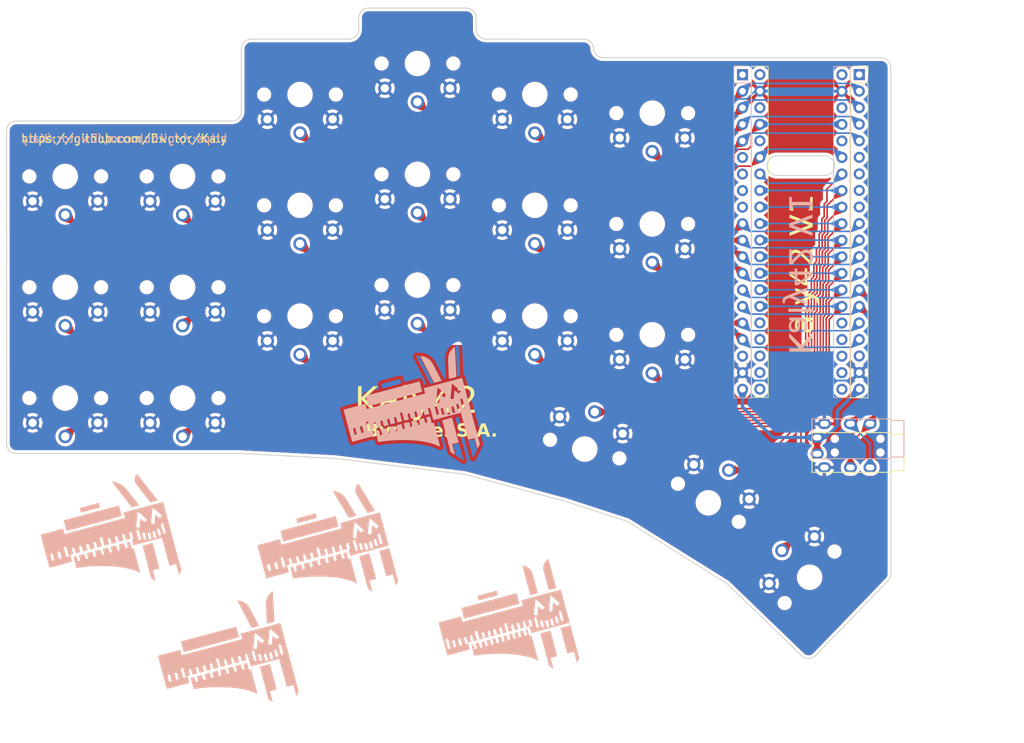
<source format=kicad_pcb>
(kicad_pcb (version 20221018) (generator pcbnew)
  (title_block (title "kalypcb") (rev "v1.0.0") (company "Dwctor"))
  (layers (0 "F.Cu" signal) (31 "B.Cu" signal) (34 "B.Paste" user) (35 "F.Paste" user) (36 "B.SilkS" user "B.Silkscreen") (37 "F.SilkS" user "F.Silkscreen") (38 "B.Mask" user) (39 "F.Mask" user) (44 "Edge.Cuts" user))
  (net 0 "")
  (net 1 "GND")
  (net 2 "matrix_outer_bottom")
  (net 3 "matrix_outer_home")
  (net 4 "matrix_outer_top")
  (net 5 "matrix_pinky_bottom")
  (net 6 "matrix_pinky_home")
  (net 7 "matrix_pinky_top")
  (net 8 "matrix_ring_bottom")
  (net 9 "matrix_ring_home")
  (net 10 "matrix_ring_top")
  (net 11 "matrix_middle_bottom")
  (net 12 "matrix_middle_home")
  (net 13 "matrix_middle_top")
  (net 14 "matrix_index_bottom")
  (net 15 "matrix_index_home")
  (net 16 "matrix_index_top")
  (net 17 "matrix_inner_bottom")
  (net 18 "matrix_inner_home")
  (net 19 "matrix_inner_top")
  (net 20 "thumb_inny")
  (net 21 "thumb_middy")
  (net 22 "thumb_reachy")
  (net 23 "RX")
  (net 24 "TX")
  (net 25 "+3V3")
  (footprint "PG1350" (layer "F.Cu") (at 58 43.5 180)
    (fp_text reference "S8" hide)
    (fp_text value "" hide)
  )
  (footprint "PG1350" (layer "F.Cu") (at 120.602727 89.14088 -32)
    (fp_text reference "S20" hide)
    (fp_text value "" hide)
  )
  (footprint "PG1350" (layer "F.Cu") (at 76 55.74 180)
    (fp_text reference "S10" hide)
    (fp_text value "" hide)
  )
  (footprint "PG1350" (layer "F.Cu") (at 94 60.5 180)
    (fp_text reference "S13" hide)
    (fp_text value "" hide)
  )
  (footprint "PG1350" (layer "F.Cu") (at 40 73.07 180)
    (fp_text reference "S4" hide)
    (fp_text value "" hide)
  )
  (footprint "clipboard:1eb54394-d1bf-44fc-bfc9-1714e0e999b7" (layer "F.Cu") (at 141.08 36.16)
    (fp_text reference "" hide)
    (fp_text value "" hide)
  )
  (footprint "PG1350" (layer "F.Cu") (at 136.127212 100.56429 46)
    (fp_text reference "S21" hide)
    (fp_text value "" hide)
  )
  (footprint "PG1350" (layer "F.Cu") (at 40 56.07 180)
    (fp_text reference "S5" hide)
    (fp_text value "" hide)
  )
  (footprint "PG1350" (layer "F.Cu") (at 101.65 80.9 -15)
    (fp_text reference "S19" hide)
    (fp_text value "" hide)
  )
  (footprint "PG1350" (layer "F.Cu") (at 94 26.5 180)
    (fp_text reference "S15" hide)
    (fp_text value "" hide)
  )
  (footprint "PG1350" (layer "F.Cu") (at 22 73.07 180)
    (fp_text reference "S1" hide)
    (fp_text value "" hide)
  )
  (footprint "PG1350" (layer "F.Cu") (at 112 29.36 180)
    (fp_text reference "S18" hide)
    (fp_text value "" hide)
  )
  (footprint "Keebio-Parts:TRRS-PJ-320A" (layer "F.Cu") (at 148.59 81.42 -90)
    (fp_text reference "J1")
    (fp_text value "TRRS")
  )
  (footprint "PG1350" (layer "F.Cu") (at 76 38.74 180)
    (fp_text reference "S11" hide)
    (fp_text value "" hide)
  )
  (footprint "PG1350" (layer "F.Cu") (at 58 26.5 180)
    (fp_text reference "S9" hide)
    (fp_text value "" hide)
  )
  (footprint "PG1350" (layer "F.Cu") (at 40 39.07 180)
    (fp_text reference "S6" hide)
    (fp_text value "" hide)
  )
  (footprint "PG1350" (layer "F.Cu") (at 94 43.5 180)
    (fp_text reference "S14" hide)
    (fp_text value "" hide)
  )
  (footprint "PG1350" (layer "F.Cu") (at 76 21.74 180)
    (fp_text reference "S12" hide)
    (fp_text value "" hide)
  )
  (footprint "PG1350" (layer "F.Cu") (at 112 63.36 180)
    (fp_text reference "S16" hide)
    (fp_text value "" hide)
  )
  (footprint "PG1350" (layer "F.Cu") (at 22 39.07 180)
    (fp_text reference "S3" hide)
    (fp_text value "" hide)
  )
  (footprint "PG1350" (layer "F.Cu") (at 22 56.07 180)
    (fp_text reference "S2" hide)
    (fp_text value "" hide)
  )
  (footprint "PG1350" (layer "F.Cu") (at 112 46.36 180)
    (fp_text reference "S17" hide)
    (fp_text value "" hide)
  )
  (footprint "PG1350" (layer "F.Cu") (at 58 60.5 180)
    (fp_text reference "S7" hide)
    (fp_text value "" hide)
  )
  (footprint "LOGO" (layer "B.Cu") (at 63.628891 96.416695 -165)
    (fp_text reference "G***" hide)
    (fp_text value "LOGO" hide)
  )
  (footprint "LOGO" (layer "B.Cu") (at 76.456777 75.6 -165)
    (fp_text reference "G***" hide)
    (fp_text value "LOGO" hide)
  )
  (footprint "LOGO" (layer "B.Cu") (at 30.4 94.8 -165)
    (fp_text reference "G***" hide)
    (fp_text value "LOGO" hide)
  )
  (footprint "LOGO" (layer "B.Cu") (at 48.378891 113.384084 -165)
    (fp_text reference "G***" hide)
    (fp_text value "LOGO" hide)
  )
  (footprint "LOGO" (layer "B.Cu") (at 91.393869 108.246994 -165)
    (fp_text reference "G***" hide)
    (fp_text value "LOGO" hide)
  )
  (footprint "LOGO" (layer "B.Cu") (at 63.628891 96.416695 -165)
    (fp_text reference "G***" hide)
    (fp_text value "LOGO" hide)
  )
  (footprint "LOGO" (layer "B.Cu") (at 30.4 94.8 -165)
    (fp_text reference "G***" hide)
    (fp_text value "LOGO" hide)
  )
  (footprint "LOGO" (layer "B.Cu") (at 76.456777 75.6 -165)
    (fp_text reference "G***" hide)
    (fp_text value "LOGO" hide)
  )
  (footprint "LOGO" (layer "B.Cu") (at 91.39387 108.266994 -165)
    (fp_text reference "G***" hide)
    (fp_text value "LOGO" hide)
  )
  (footprint "LOGO" (layer "B.Cu") (at 48.378891 113.384084 -165)
    (fp_text reference "G***" hide)
    (fp_text value "LOGO" hide)
  )
  (footprint "LOGO" (layer "B.Cu") (at 76.456777 75.6 -165)
    (fp_text reference "G***" hide)
    (fp_text value "LOGO" hide)
  )
  (gr_line (start 83.5 13.24) (end 68.5 13.24) (stroke (width 0.15)) (layer "Edge.Cuts"))
  (gr_line (start 108.181571 91.991886) (end 123.461902 101.540097) (stroke (width 0.15)) (layer "Edge.Cuts"))
  (gr_arc (start 67 14.74) (mid 67.439354 13.679354) (end 68.5 13.24) (stroke (width 0.15)) (layer "Edge.Cuts"))
  (gr_arc (start 48.999354 29.069354) (mid 48.56 30.13) (end 47.499354 30.569354) (stroke (width 0.15)) (layer "Edge.Cuts"))
  (gr_line (start 14.51 81.57) (end 48.793641 81.57) (stroke (width 0.15)) (layer "Edge.Cuts"))
  (gr_arc (start 104.490646 20.859354) (mid 103.43 20.42) (end 102.990646 19.359354) (stroke (width 0.15)) (layer "Edge.Cuts"))
  (gr_arc (start 101.500004 18.00273) (mid 102.507765 18.392676) (end 102.990645 19.359354) (stroke (width 0.15)) (layer "Edge.Cuts"))
  (gr_line (start 65.499354 17.999354) (end 50.5 18) (stroke (width 0.15)) (layer "Edge.Cuts"))
  (gr_line (start 138.439369 38.91) (end 131.0999 38.91) (stroke (width 0.15)) (layer "Edge.Cuts"))
  (gr_line (start 148.571022 99.86) (end 148.58 99.86) (stroke (width 0.15)) (layer "Edge.Cuts"))
  (gr_arc (start 139.939369 37.41) (mid 139.5 38.470631) (end 138.439369 38.91) (stroke (width 0.15)) (layer "Edge.Cuts"))
  (gr_arc (start 129.6 37.41) (mid 130.039369 36.349369) (end 131.1 35.91) (stroke (width 0.15)) (layer "Edge.Cuts"))
  (gr_line (start 83.28955 84.78018) (end 98.669466 88.901216) (stroke (width 0.15)) (layer "Edge.Cuts"))
  (gr_line (start 148.58 99.86) (end 148.58 22.36) (stroke (width 0.15)) (layer "Edge.Cuts"))
  (gr_line (start 48.999354 29.069354) (end 49 19.5) (stroke (width 0.15)) (layer "Edge.Cuts"))
  (gr_arc (start 131.0999 38.91) (mid 130.039269 38.470631) (end 129.5999 37.41) (stroke (width 0.15)) (layer "Edge.Cuts"))
  (gr_line (start 98.669466 88.901216) (end 108.181571 91.991886) (stroke (width 0.15)) (layer "Edge.Cuts"))
  (gr_arc (start 137.044003 112.570933) (mid 135.991169 113.028736) (end 134.923006 112.607956) (stroke (width 0.15)) (layer "Edge.Cuts"))
  (gr_line (start 86.500646 17.999354) (end 101.500004 18.00273) (stroke (width 0.15)) (layer "Edge.Cuts"))
  (gr_line (start 63.36358 82.333578) (end 83.28955 84.78018) (stroke (width 0.15)) (layer "Edge.Cuts"))
  (gr_arc (start 148.571022 99.86) (mid 148.498239 100.506565) (end 148.158537 101.061497) (stroke (width 0.15)) (layer "Edge.Cuts"))
  (gr_arc (start 49 19.5) (mid 49.439354 18.439354) (end 50.5 18) (stroke (width 0.15)) (layer "Edge.Cuts"))
  (gr_line (start 131.1 35.91) (end 138.439469 35.91) (stroke (width 0.15)) (layer "Edge.Cuts"))
  (gr_line (start 147.08 20.86) (end 104.490646 20.859354) (stroke (width 0.15)) (layer "Edge.Cuts"))
  (gr_line (start 47.499354 30.569354) (end 14.5 30.57) (stroke (width 0.15)) (layer "Edge.Cuts"))
  (gr_arc (start 86.500646 17.999354) (mid 85.44 17.56) (end 85.000646 16.499354) (stroke (width 0.15)) (layer "Edge.Cuts"))
  (gr_line (start 137.044003 112.570934) (end 148.158537 101.061497) (stroke (width 0.15)) (layer "Edge.Cuts"))
  (gr_arc (start 14.51 81.57) (mid 13.449354 81.130646) (end 13.01 80.07) (stroke (width 0.15)) (layer "Edge.Cuts"))
  (gr_line (start 85 14.74) (end 85.000646 16.499354) (stroke (width 0.15)) (layer "Edge.Cuts"))
  (gr_arc (start 83.5 13.24) (mid 84.560646 13.679354) (end 85 14.74) (stroke (width 0.15)) (layer "Edge.Cuts"))
  (gr_line (start 13.01 80.07) (end 13 32.07) (stroke (width 0.15)) (layer "Edge.Cuts"))
  (gr_arc (start 147.08 20.86) (mid 148.140639 21.299348) (end 148.58 22.36) (stroke (width 0.15)) (layer "Edge.Cuts"))
  (gr_arc (start 13 32.07) (mid 13.439354 31.009354) (end 14.5 30.57) (stroke (width 0.15)) (layer "Edge.Cuts"))
  (gr_arc (start 138.439469 35.91) (mid 139.5001 36.349369) (end 139.939469 37.41) (stroke (width 0.15)) (layer "Edge.Cuts"))
  (gr_line (start 123.461902 101.540097) (end 134.923006 112.607956) (stroke (width 0.15)) (layer "Edge.Cuts"))
  (gr_arc (start 66.999354 16.499354) (mid 66.56 17.56) (end 65.499354 17.999354) (stroke (width 0.15)) (layer "Edge.Cuts"))
  (gr_line (start 67 14.74) (end 66.999354 16.499354) (stroke (width 0.15)) (layer "Edge.Cuts"))
  (gr_line (start 48.793641 81.57) (end 63.36358 82.333578) (stroke (width 0.15)) (layer "Edge.Cuts"))
  (gr_text "Kaly42 V1" (at 132.4 66.4 270) (layer "B.SilkS") (effects (font (size 3.5 3.5) (thickness 0.25)) (justify left bottom mirror)))
  (gr_text "https://github.com/Dwctor/Kaly" (at 47 34) (layer "B.SilkS") (effects (font (size 1.27 1.27) (thickness 0.2)) (justify left bottom mirror)))
  (gr_text "https://github.com/Dwctor/Kaly" (at 15.1 34) (layer "F.SilkS") (effects (font (size 1.27 1.27) (thickness 0.2)) (justify left bottom)))
  (gr_text "By: Kael S.A." (at 68 79.329999) (layer "F.SilkS") (effects (font (size 2 2) (thickness 0.25) bold) (justify left bottom)))
  (gr_text "Kaly42\n" (at 66.335353 76) (layer "F.SilkS") (effects (font (size 4 4) (thickness 0.5)) (justify left bottom)))
  (gr_text "Kaly42 V1" (at 137.2 66.4 -270) (layer "F.SilkS") (effects (font (size 3.5 3.5) (thickness 0.25)) (justify left bottom)))
  (segment (start 122.985 27.175) (end 126.525 27.175) (width 0.25) (layer "B.Cu") (net 1))
  (segment (start 127.04 70.38) (end 125.84 69.18) (width 0.3) (layer "B.Cu") (net 1))
  (segment (start 143.74 69.16) (end 142.52 70.38) (width 0.3) (layer "B.Cu") (net 1))
  (segment (start 126.525 27.175) (end 127.72 25.98) (width 0.25) (layer "B.Cu") (net 1))
  (segment (start 128.5 25.98) (end 141.06 25.98) (width 0.5) (layer "B.Cu") (net 1))
  (segment (start 117 33.16) (end 122.985 27.175) (width 0.25) (layer "B.Cu") (net 1))
  (segment (start 141.06 25.98) (end 141.08 26) (width 0.5) (layer "B.Cu") (net 1))
  (segment (start 127.72 25.98) (end 128.5 25.98) (width 0.25) (layer "B.Cu") (net 1))
  (segment (start 142.52 70.38) (end 127.04 70.38) (width 0.3) (layer "B.Cu") (net 1))
  (segment (start 133.089772 76.5) (end 110.372792 76.5) (width 0.25) (layer "F.Cu") (net 2))
  (segment (start 66.786396 63.85) (end 62.086396 68.55) (width 0.25) (layer "F.Cu") (net 2))
  (segment (start 25.1345 75.8355) (end 22 78.97) (width 0.25) (layer "F.Cu") (net 2))
  (segment (start 110.372792 76.5) (end 103.172792 69.3) (width 0.25) (layer "F.Cu") (net 2))
  (segment (start 137.325 72.264772) (end 133.089772 76.5) (width 0.25) (layer "F.Cu") (net 2))
  (segment (start 138.2 55.547208) (end 138.2 57.290812) (width 0.25) (layer "F.Cu") (net 2))
  (segment (start 103.172792 69.3) (end 90.636396 69.3) (width 0.25) (layer "F.Cu") (net 2))
  (segment (start 25.1345 69.9655) (end 25.1345 75.8355) (width 0.25) (layer "F.Cu") (net 2))
  (segment (start 138.971802 50.968198) (end 138.971802 52.871802) (width 0.25) (layer "F.Cu") (net 2))
  (segment (start 62.086396 68.55) (end 26.55 68.55) (width 0.25) (layer "F.Cu") (net 2))
  (segment (start 138.591802 55.155406) (end 138.2 55.547208) (width 0.25) (layer "F.Cu") (net 2))
  (segment (start 85.186396 63.85) (end 66.786396 63.85) (width 0.25) (layer "F.Cu") (net 2))
  (segment (start 90.636396 69.3) (end 85.186396 63.85) (width 0.25) (layer "F.Cu") (net 2))
  (segment (start 138.971802 52.871802) (end 138.591802 53.251802) (width 0.25) (layer "F.Cu") (net 2))
  (segment (start 138.2 57.290812) (end 137.744885 57.745927) (width 0.25) (layer "F.Cu") (net 2))
  (segment (start 138.591802 53.251802) (end 138.591802 55.155406) (width 0.25) (layer "F.Cu") (net 2))
  (segment (start 137.744885 59.844885) (end 137.325 60.26477) (width 0.25) (layer "F.Cu") (net 2))
  (segment (start 137.325 60.26477) (end 137.325 72.264772) (width 0.25) (layer "F.Cu") (net 2))
  (segment (start 26.55 68.55) (end 25.1345 69.9655) (width 0.25) (layer "F.Cu") (net 2))
  (segment (start 137.744885 57.745927) (end 137.744885 59.844885) (width 0.25) (layer "F.Cu") (net 2))
  (segment (start 141.08 48.86) (end 138.971802 50.968198) (width 0.25) (layer "F.Cu") (net 2))
  (segment (start 141.06 48.84) (end 141.08 48.86) (width 0.25) (layer "B.Cu") (net 2))
  (segment (start 128.5 48.84) (end 141.06 48.84) (width 0.25) (layer "B.Cu") (net 2))
  (segment (start 55.865 52.135) (end 58 52.135) (width 0.25) (layer "F.Cu") (net 3))
  (segment (start 24.03 64) (end 44 64) (width 0.25) (layer "F.Cu") (net 3))
  (segment (start 58 52.135) (end 69.1 52.135) (width 0.25) (layer "F.Cu") (net 3))
  (segment (start 22 61.97) (end 24.03 64) (width 0.25) (layer "F.Cu") (net 3))
  (segment (start 69.1 52.135) (end 85.235 52.135) (width 0.25) (layer "F.Cu") (net 3))
  (segment (start 85.235 52.135) (end 89.4 56.3) (width 0.25) (layer "F.Cu") (net 3))
  (segment (start 118.04 56.3) (end 125.84 64.1) (width 0.25) (layer "F.Cu") (net 3))
  (segment (start 44 64) (end 55.865 52.135) (width 0.25) (layer "F.Cu") (net 3))
  (segment (start 89.4 56.3) (end 118.04 56.3) (width 0.25) (layer "F.Cu") (net 3))
  (segment (start 142.545 65.275) (end 143.74 64.08) (width 0.25) (layer "B.Cu") (net 3))
  (segment (start 127.015 65.275) (end 142.545 65.275) (width 0.25) (layer "B.Cu") (net 3))
  (segment (start 125.84 64.1) (end 127.015 65.275) (width 0.25) (layer "B.Cu") (net 3))
  (segment (start 122.388298 40.3) (end 125.194149 37.494149) (width 0.25) (layer "F.Cu") (net 4))
  (segment (start 22 44.97) (end 24.13 47.1) (width 0.25) (layer "F.Cu") (net 4))
  (segment (start 94.79396 35.605) (end 99.48896 40.3) (width 0.25) (layer "F.Cu") (net 4))
  (segment (start 56.895 35.605) (end 94.79396 35.605) (width 0.25) (layer "F.Cu") (net 4))
  (segment (start 24.13 47.1) (end 45.4 47.1) (width 0.25) (layer "F.Cu") (net 4))
  (segment (start 125.2 37.5) (end 127.14 37.5) (width 0.25) (layer "F.Cu") (net 4))
  (segment (start 125.194149 37.494149) (end 125.2 37.5) (width 0.25) (layer "F.Cu") (net 4))
  (segment (start 99.48896 40.3) (end 122.388298 40.3) (width 0.25) (layer "F.Cu") (net 4))
  (segment (start 127.14 37.5) (end 128.5 36.14) (width 0.25) (layer "F.Cu") (net 4))
  (segment (start 45.4 47.1) (end 56.895 35.605) (width 0.25) (layer "F.Cu") (net 4))
  (segment (start 128.5 36.14) (end 129.74 34.9) (width 0.25) (layer "B.Cu") (net 4))
  (segment (start 129.74 34.9) (end 139.82 34.9) (width 0.25) (layer "B.Cu") (net 4))
  (segment (start 139.82 34.9) (end 141.08 36.16) (width 0.25) (layer "B.Cu") (net 4))
  (segment (start 85 64.3) (end 90.45 69.75) (width 0.25) (layer "F.Cu") (net 5))
  (segment (start 138.65 55.733604) (end 139.041802 55.341802) (width 0.25) (layer "F.Cu") (net 5))
  (segment (start 44.67 69) (end 62.272792 69) (width 0.25) (layer "F.Cu") (net 5))
  (segment (start 138.2 57.927208) (end 138.65 57.477208) (width 0.25) (layer "F.Cu") (net 5))
  (segment (start 133.276168 76.95) (end 137.775 72.451168) (width 0.25) (layer "F.Cu") (net 5))
  (segment (start 43.16 75.81) (end 43.16 70.51) (width 0.25) (layer "F.Cu") (net 5))
  (segment (start 137.775 72.451168) (end 137.775 60.451166) (width 0.25) (layer "F.Cu") (net 5))
  (segment (start 40 78.97) (end 43.16 75.81) (width 0.25) (layer "F.Cu") (net 5))
  (segment (start 138.65 57.477208) (end 138.65 55.733604) (width 0.25) (layer "F.Cu") (net 5))
  (segment (start 90.45 69.75) (end 102.986396 69.75) (width 0.25) (layer "F.Cu") (net 5))
  (segment (start 110.186396 76.95) (end 133.276168 76.95) (width 0.25) (layer "F.Cu") (net 5))
  (segment (start 138.2 60.026166) (end 138.2 57.927208) (width 0.25) (layer "F.Cu") (net 5))
  (segment (start 102.986396 69.75) (end 110.186396 76.95) (width 0.25) (layer "F.Cu") (net 5))
  (segment (start 43.16 70.51) (end 44.67 69) (width 0.25) (layer "F.Cu") (net 5))
  (segment (start 137.775 60.451166) (end 138.2 60.026166) (width 0.25) (layer "F.Cu") (net 5))
  (segment (start 62.272792 69) (end 66.972792 64.3) (width 0.25) (layer "F.Cu") (net 5))
  (segment (start 139.041802 53.438198) (end 141.08 51.4) (width 0.25) (layer "F.Cu") (net 5))
  (segment (start 139.041802 55.341802) (end 139.041802 53.438198) (width 0.25) (layer "F.Cu") (net 5))
  (segment (start 66.972792 64.3) (end 85 64.3) (width 0.25) (layer "F.Cu") (net 5))
  (segment (start 141.06 51.38) (end 141.08 51.4) (width 0.25) (layer "B.Cu") (net 5))
  (segment (start 128.5 51.38) (end 141.06 51.38) (width 0.25) (layer "B.Cu") (net 5))
  (segment (start 47.5 57.85) (end 49.513604 57.85) (width 0.25) (layer "F.Cu") (net 6))
  (segment (start 49.513604 57.85) (end 55.678604 51.685) (width 0.25) (layer "F.Cu") (net 6))
  (segment (start 89.586396 55.85) (end 118.226396 55.85) (width 0.25) (layer "F.Cu") (net 6))
  (segment (start 55.678604 51.685) (end 85.421396 51.685) (width 0.25) (layer "F.Cu") (net 6))
  (segment (start 123.936396 61.56) (end 125.84 61.56) (width 0.25) (layer "F.Cu") (net 6))
  (segment (start 118.226396 55.85) (end 123.936396 61.56) (width 0.25) (layer "F.Cu") (net 6))
  (segment (start 85.421396 51.685) (end 89.586396 55.85) (width 0.25) (layer "F.Cu") (net 6))
  (segment (start 40 61.97) (end 44.12 57.85) (width 0.25) (layer "F.Cu") (net 6))
  (segment (start 44.12 57.85) (end 47.5 57.85) (width 0.25) (layer "F.Cu") (net 6))
  (segment (start 142.545 62.735) (end 143.74 61.54) (width 0.25) (layer "B.Cu") (net 6))
  (segment (start 125.84 61.56) (end 127.015 62.735) (width 0.25) (layer "B.Cu") (net 6))
  (segment (start 127.015 62.735) (end 142.545 62.735) (width 0.25) (layer "B.Cu") (net 6))
  (segment (start 125.2 34.9) (end 126.7 34.9) (width 0.25) (layer "F.Cu") (net 7))
  (segment (start 41.68 46.65) (end 45.213604 46.65) (width 0.25) (layer "F.Cu") (net 7))
  (segment (start 40 44.97) (end 41.68 46.65) (width 0.25) (layer "F.Cu") (net 7))
  (segment (start 124.5 35.6) (end 125.2 34.9) (width 0.25) (layer "F.Cu") (net 7))
  (segment (start 122.201902 39.85) (end 124.5 37.551902) (width 0.25) (layer "F.Cu") (net 7))
  (segment (start 126.7 34.9) (end 127.2 34.4) (width 0.25) (layer "F.Cu") (net 7))
  (segment (start 45.213604 46.65) (end 56.708604 35.155) (width 0.25) (layer "F.Cu") (net 7))
  (segment (start 56.708604 35.155) (end 94.980356 35.155) (width 0.25) (layer "F.Cu") (net 7))
  (segment (start 127.2 34.4) (end 127.2 32.36) (width 0.25) (layer "F.Cu") (net 7))
  (segment (start 99.675356 39.85) (end 122.201902 39.85) (width 0.25) (layer "F.Cu") (net 7))
  (segment (start 94.980356 35.155) (end 99.675356 39.85) (width 0.25) (layer "F.Cu") (net 7))
  (segment (start 124.5 37.551902) (end 124.5 35.6) (width 0.25) (layer "F.Cu") (net 7))
  (segment (start 127.2 32.36) (end 128.5 31.06) (width 0.25) (layer "F.Cu") (net 7))
  (segment (start 128.5 31.06) (end 141.06 31.06) (width 0.25) (layer "B.Cu") (net 7))
  (segment (start 141.06 31.06) (end 141.08 31.08) (width 0.25) (layer "B.Cu") (net 7))
  (segment (start 136.875 60.078374) (end 137.294885 59.658489) (width 0.25) (layer "F.Cu") (net 8))
  (segment (start 137.294885 57.559531) (end 137.75 57.104416) (width 0.25) (layer "F.Cu") (net 8))
  (segment (start 110.559188 76.05) (end 132.903376 76.05) (width 0.25) (layer "F.Cu") (net 8))
  (segment (start 103.359188 68.85) (end 110.559188 76.05) (width 0.25) (layer "F.Cu") (net 8))
  (segment (start 90.822792 68.85) (end 103.359188 68.85) (width 0.25) (layer "F.Cu") (net 8))
  (segment (start 138.951802 50.351802) (end 138.951802 48.448198) (width 0.25) (layer "F.Cu") (net 8))
  (segment (start 58 66.4) (end 59.7 68.1) (width 0.25) (layer "F.Cu") (net 8))
  (segment (start 59.7 68.1) (end 61.9 68.1) (width 0.25) (layer "F.Cu") (net 8))
  (segment (start 137.75 57.104416) (end 137.75 55.360812) (width 0.25) (layer "F.Cu") (net 8))
  (segment (start 61.9 68.1) (end 66.6 63.4) (width 0.25) (layer "F.Cu") (net 8))
  (segment (start 66.6 63.4) (end 85.372792 63.4) (width 0.25) (layer "F.Cu") (net 8))
  (segment (start 138.141802 53.065406) (end 138.521802 52.685406) (width 0.25) (layer "F.Cu") (net 8))
  (segment (start 138.521802 50.781802) (end 138.951802 50.351802) (width 0.25) (layer "F.Cu") (net 8))
  (segment (start 138.521802 52.685406) (end 138.521802 50.781802) (width 0.25) (layer "F.Cu") (net 8))
  (segment (start 85.372792 63.4) (end 90.822792 68.85) (width 0.25) (layer "F.Cu") (net 8))
  (segment (start 138.141802 54.96901) (end 138.141802 53.065406) (width 0.25) (layer "F.Cu") (net 8))
  (segment (start 132.903376 76.05) (end 136.875 72.078376) (width 0.25) (layer "F.Cu") (net 8))
  (segment (start 137.294885 59.658489) (end 137.294885 57.559531) (width 0.25) (layer "F.Cu") (net 8))
  (segment (start 136.875 72.078376) (end 136.875 60.078374) (width 0.25) (layer "F.Cu") (net 8))
  (segment (start 138.951802 48.448198) (end 141.08 46.32) (width 0.25) (layer "F.Cu") (net 8))
  (segment (start 137.75 55.360812) (end 138.141802 54.96901) (width 0.25) (layer "F.Cu") (net 8))
  (segment (start 128.5 46.3) (end 141.06 46.3) (width 0.25) (layer "B.Cu") (net 8))
  (segment (start 141.06 46.3) (end 141.08 46.32) (width 0.25) (layer "B.Cu") (net 8))
  (segment (start 59.835 51.235) (end 85.607792 51.235) (width 0.25) (layer "F.Cu") (net 9))
  (segment (start 58 49.4) (end 59.835 51.235) (width 0.25) (layer "F.Cu") (net 9))
  (segment (start 124.084594 52.184594) (end 125.84 53.94) (width 0.25) (layer "F.Cu") (net 9))
  (segment (start 121.884594 52.184594) (end 124.084594 52.184594) (width 0.25) (layer "F.Cu") (net 9))
  (segment (start 85.607792 51.235) (end 89.772792 55.4) (width 0.25) (layer "F.Cu") (net 9))
  (segment (start 89.772792 55.4) (end 118.669188 55.4) (width 0.25) (layer "F.Cu") (net 9))
  (segment (start 118.669188 55.4) (end 121.884594 52.184594) (width 0.25) (layer "F.Cu") (net 9))
  (segment (start 126.995 55.095) (end 140.573299 55.095) (width 0.25) (layer "B.Cu") (net 9))
  (segment (start 142.545 55.115) (end 143.74 53.92) (width 0.25) (layer "B.Cu") (net 9))
  (segment (start 140.573299 55.095) (end 140.593299 55.115) (width 0.25) (layer "B.Cu") (net 9))
  (segment (start 125.84 53.94) (end 126.995 55.095) (width 0.25) (layer "B.Cu") (net 9))
  (segment (start 140.593299 55.115) (end 142.545 55.115) (width 0.25) (layer "B.Cu") (net 9))
  (segment (start 60.305 34.705) (end 95.166752 34.705) (width 0.25) (layer "F.Cu") (net 10))
  (segment (start 98.472792 38) (end 99.872792 39.4) (width 0.25) (layer "F.Cu") (net 10))
  (segment (start 58 32.4) (end 60.305 34.705) (width 0.25) (layer "F.Cu") (net 10))
  (segment (start 124.05 35.41) (end 125.84 33.62) (width 0.25) (layer "F.Cu") (net 10))
  (segment (start 122.015506 39.4) (end 124.05 37.365506) (width 0.25) (layer "F.Cu") (net 10))
  (segment (start 99.872792 39.4) (end 122.015506 39.4) (width 0.25) (layer "F.Cu") (net 10))
  (segment (start 98.461752 38) (end 98.472792 38) (width 0.25) (layer "F.Cu") (net 10))
  (segment (start 95.166752 34.705) (end 98.461752 38) (width 0.25) (layer "F.Cu") (net 10))
  (segment (start 124.05 37.365506) (end 124.05 35.41) (width 0.25) (layer "F.Cu") (net 10))
  (segment (start 127.035 32.425) (end 142.565 32.425) (width 0.25) (layer "B.Cu") (net 10))
  (segment (start 142.565 32.425) (end 143.74 33.6) (width 0.25) (layer "B.Cu") (net 10))
  (segment (start 125.84 33.62) (end 127.035 32.425) (width 0.25) (layer "B.Cu") (net 10))
  (segment (start 138.9 45.96) (end 141.08 43.78) (width 0.25) (layer "F.Cu") (net 11))
  (segment (start 77.31 62.95) (end 87.05 62.95) (width 0.25) (layer "F.Cu") (net 11))
  (segment (start 138.9 47.863604) (end 138.9 45.96) (width 0.25) (layer "F.Cu") (net 11))
  (segment (start 138.501802 50.165406) (end 138.501802 48.261802) (width 0.25) (layer "F.Cu") (net 11))
  (segment (start 87.7 62.3) (end 90.4 62.3) (width 0.25) (layer "F.Cu") (net 11))
  (segment (start 137.687208 52.883604) (end 138.071802 52.49901) (width 0.25) (layer "F.Cu") (net 11))
  (segment (start 92.6 68.4) (end 103.545584 68.4) (width 0.25) (layer "F.Cu") (net 11))
  (segment (start 76 61.64) (end 77.31 62.95) (width 0.25) (layer "F.Cu") (net 11))
  (segment (start 91.5 63.4) (end 91.5 67.3) (width 0.25) (layer "F.Cu") (net 11))
  (segment (start 137.687208 54.787208) (end 137.687208 52.883604) (width 0.25) (layer "F.Cu") (net 11))
  (segment (start 136.425 59.891978) (end 136.844885 59.472093) (width 0.25) (layer "F.Cu") (net 11))
  (segment (start 138.071802 50.595406) (end 138.501802 50.165406) (width 0.25) (layer "F.Cu") (net 11))
  (segment (start 137.3 56.91802) (end 137.3 55.174416) (width 0.25) (layer "F.Cu") (net 11))
  (segment (start 90.4 62.3) (end 91.5 63.4) (width 0.25) (layer "F.Cu") (net 11))
  (segment (start 136.844885 57.373135) (end 137.3 56.91802) (width 0.25) (layer "F.Cu") (net 11))
  (segment (start 91.5 67.3) (end 92.6 68.4) (width 0.25) (layer "F.Cu") (net 11))
  (segment (start 136.844885 59.472093) (end 136.844885 57.373135) (width 0.25) (layer "F.Cu") (net 11))
  (segment (start 103.545584 68.4) (end 110.745584 75.6) (width 0.25) (layer "F.Cu") (net 11))
  (segment (start 132.71698 75.6) (end 136.425 71.89198) (width 0.25) (layer "F.Cu") (net 11))
  (segment (start 138.071802 52.49901) (end 138.071802 50.595406) (width 0.25) (layer "F.Cu") (net 11))
  (segment (start 137.3 55.174416) (end 137.687208 54.787208) (width 0.25) (layer "F.Cu") (net 11))
  (segment (start 87.05 62.95) (end 87.7 62.3) (width 0.25) (layer "F.Cu") (net 11))
  (segment (start 138.501802 48.261802) (end 138.9 47.863604) (width 0.25) (layer "F.Cu") (net 11))
  (segment (start 136.425 71.89198) (end 136.425 59.891978) (width 0.25) (layer "F.Cu") (net 11))
  (segment (start 110.745584 75.6) (end 132.71698 75.6) (width 0.25) (layer "F.Cu") (net 11))
  (segment (start 128.5 43.76) (end 141.06 43.76) (width 0.25) (layer "B.Cu") (net 11))
  (segment (start 141.06 43.76) (end 141.08 43.78) (width 0.25) (layer "B.Cu") (net 11))
  (segment (start 76 44.64) (end 82.145 50.785) (width 0.25) (layer "F.Cu") (net 12))
  (segment (start 89.959188 54.95) (end 118.482792 54.95) (width 0.25) (layer "F.Cu") (net 12))
  (segment (start 82.145 50.785) (end 85.794188 50.785) (width 0.25) (layer "F.Cu") (net 12))
  (segment (start 118.482792 54.95) (end 122.916396 50.516396) (width 0.25) (layer "F.Cu") (net 12))
  (segment (start 85.794188 50.785) (end 89.959188 54.95) (width 0.25) (layer "F.Cu") (net 12))
  (segment (start 124.956396 50.516396) (end 125.84 51.4) (width 0.25) (layer "F.Cu") (net 12))
  (segment (start 122.916396 50.516396) (end 124.956396 50.516396) (width 0.25) (layer "F.Cu") (net 12))
  (segment (start 142.545 52.575) (end 143.74 51.38) (width 0.25) (layer "B.Cu") (net 12))
  (segment (start 127.015 52.575) (end 142.545 52.575) (width 0.25) (layer "B.Cu") (net 12))
  (segment (start 125.84 51.4) (end 127.015 52.575) (width 0.25) (layer "B.Cu") (net 12))
  (segment (start 121.82911 38.95) (end 123.589555 37.189555) (width 0.25) (layer "F.Cu") (net 13))
  (segment (start 82.615 34.255) (end 95.353148 34.255) (width 0.25) (layer "F.Cu") (net 13))
  (segment (start 76 27.64) (end 82.615 34.255) (width 0.25) (layer "F.Cu") (net 13))
  (segment (start 124.061802 32.858198) (end 125.84 31.08) (width 0.25) (layer "F.Cu") (net 13))
  (segment (start 95.353148 34.255) (end 98.648148 37.55) (width 0.25) (layer "F.Cu") (net 13))
  (segment (start 124.061802 34.761802) (end 124.061802 32.858198) (width 0.25) (layer "F.Cu") (net 13))
  (segment (start 123.589555 37.189555) (end 123.589555 35.234049) (width 0.25) (layer "F.Cu") (net 13))
  (segment (start 98.659188 37.55) (end 100.059188 38.95) (width 0.25) (layer "F.Cu") (net 13))
  (segment (start 123.589555 35.234049) (end 124.061802 34.761802) (width 0.25) (layer "F.Cu") (net 13))
  (segment (start 98.648148 37.55) (end 98.659188 37.55) (width 0.25) (layer "F.Cu") (net 13))
  (segment (start 100.059188 38.95) (end 121.82911 38.95) (width 0.25) (layer "F.Cu") (net 13))
  (segment (start 125.84 31.08) (end 127.035 29.885) (width 0.25) (layer "B.Cu") (net 13))
  (segment (start 127.035 29.885) (end 142.565 29.885) (width 0.25) (layer "B.Cu") (net 13))
  (segment (start 142.565 29.885) (end 143.74 31.06) (width 0.25) (layer "B.Cu") (net 13))
  (segment (start 138.051802 49.97901) (end 137.621802 50.40901) (width 0.25) (layer "F.Cu") (net 14))
  (segment (start 138.811802 45.411802) (end 138.45 45.773604) (width 0.25) (layer "F.Cu") (net 14))
  (segment (start 136.394885 59.285697) (end 135.975 59.705582) (width 0.25) (layer "F.Cu") (net 14))
  (segment (start 138.811802 43.508198) (end 138.811802 45.411802) (width 0.25) (layer "F.Cu") (net 14))
  (segment (start 137.237208 54.600812) (end 136.85 54.98802) (width 0.25) (layer "F.Cu") (net 14))
  (segment (start 132.530584 75.15) (end 110.93198 75.15) (width 0.25) (layer "F.Cu") (net 14))
  (segment (start 135.975 71.705584) (end 132.530584 75.15) (width 0.25) (layer "F.Cu") (net 14))
  (segment (start 137.621802 52.312614) (end 137.237208 52.697208) (width 0.25) (layer "F.Cu") (net 14))
  (segment (start 135.975 59.705582) (end 135.975 71.705584) (width 0.25) (layer "F.Cu") (net 14))
  (segment (start 141.08 41.24) (end 138.811802 43.508198) (width 0.25) (layer "F.Cu") (net 14))
  (segment (start 138.45 47.677208) (end 138.051802 48.075406) (width 0.25) (layer "F.Cu") (net 14))
  (segment (start 136.85 56.731624) (end 136.394885 57.186739) (width 0.25) (layer "F.Cu") (net 14))
  (segment (start 95.55 67.95) (end 94 66.4) (width 0.25) (layer "F.Cu") (net 14))
  (segment (start 136.394885 57.186739) (end 136.394885 59.285697) (width 0.25) (layer "F.Cu") (net 14))
  (segment (start 136.85 54.98802) (end 136.85 56.731624) (width 0.25) (layer "F.Cu") (net 14))
  (segment (start 138.051802 48.075406) (end 138.051802 49.97901) (width 0.25) (layer "F.Cu") (net 14))
  (segment (start 137.621802 50.40901) (end 137.621802 52.312614) (width 0.25) (layer "F.Cu") (net 14))
  (segment (start 137.237208 52.697208) (end 137.237208 54.600812) (width 0.25) (layer "F.Cu") (net 14))
  (segment (start 138.45 45.773604) (end 138.45 47.677208) (width 0.25) (layer "F.Cu") (net 14))
  (segment (start 110.93198 75.15) (end 103.73198 67.95) (width 0.25) (layer "F.Cu") (net 14))
  (segment (start 103.73198 67.95) (end 95.55 67.95) (width 0.25) (layer "F.Cu") (net 14))
  (segment (start 128.5 41.22) (end 141.06 41.22) (width 0.25) (layer "B.Cu") (net 14))
  (segment (start 141.06 41.22) (end 141.08 41.24) (width 0.25) (layer "B.Cu") (net 14))
  (segment (start 94 49.4) (end 99.1 54.5) (width 0.25) (layer "F.Cu") (net 15))
  (segment (start 99.1 54.5) (end 118.296396 54.5) (width 0.25) (layer "F.Cu") (net 15))
  (segment (start 118.296396 54.5) (end 123.936396 48.86) (width 0.25) (layer "F.Cu") (net 15))
  (segment (start 123.936396 48.86) (end 125.84 48.86) (width 0.25) (layer "F.Cu") (net 15))
  (segment (start 142.545 50.035) (end 143.74 48.84) (width 0.25) (layer "B.Cu") (net 15))
  (segment (start 126.995 50.015) (end 139.19 50.015) (width 0.25) (layer "B.Cu") (net 15))
  (segment (start 139.21 50.035) (end 142.545 50.035) (width 0.25) (layer "B.Cu") (net 15))
  (segment (start 139.19 50.015) (end 139.21 50.035) (width 0.25) (layer "B.Cu") (net 15))
  (segment (start 125.84 48.86) (end 126.995 50.015) (width 0.25) (layer "B.Cu") (net 15))
  (segment (start 100.245584 38.5) (end 121.642714 38.5) (width 0.25) (layer "F.Cu") (net 16))
  (segment (start 123.991802 32.291802) (end 123.991802 30.388198) (width 0.25) (layer "F.Cu") (net 16))
  (segment (start 123.139555 37.003159) (end 123.139555 35.047653) (width 0.25) (layer "F.Cu") (net 16))
  (segment (start 94.134544 32.4) (end 98.717272 36.982728) (width 0.25) (layer "F.Cu") (net 16))
  (segment (start 98.717272 36.982728) (end 98.728312 36.982728) (width 0.25) (layer "F.Cu") (net 16))
  (segment (start 123.611802 32.671802) (end 123.991802 32.291802) (width 0.25) (layer "F.Cu") (net 16))
  (segment (start 98.728312 36.982728) (end 100.245584 38.5) (width 0.25) (layer "F.Cu") (net 16))
  (segment (start 121.642714 38.5) (end 123.139555 37.003159) (width 0.25) (layer "F.Cu") (net 16))
  (segment (start 123.139555 35.047653) (end 123.611802 34.575406) (width 0.25) (layer "F.Cu") (net 16))
  (segment (start 123.611802 34.575406) (end 123.611802 32.671802) (width 0.25) (layer "F.Cu") (net 16))
  (segment (start 123.991802 30.388198) (end 125.84 28.54) (width 0.25) (layer "F.Cu") (net 16))
  (segment (start 94 32.4) (end 94.134544 32.4) (width 0.25) (layer "F.Cu") (net 16))
  (segment (start 142.565 27.345) (end 143.74 28.52) (width 0.25) (layer "B.Cu") (net 16))
  (segment (start 127.035 27.345) (end 142.565 27.345) (width 0.25) (layer "B.Cu") (net 16))
  (segment (start 125.84 28.54) (end 127.035 27.345) (width 0.25) (layer "B.Cu") (net 16))
  (segment (start 136.787208 54.414416) (end 136.787208 52.510812) (width 0.25) (layer "F.Cu") (net 17))
  (segment (start 132.344188 74.7) (end 135.525 71.519188) (width 0.25) (layer "F.Cu") (net 17))
  (segment (start 135.525 59.519186) (end 135.944885 59.099301) (width 0.25) (layer "F.Cu") (net 17))
  (segment (start 135.944885 59.099301) (end 135.944885 57.000343) (width 0.25) (layer "F.Cu") (net 17))
  (segment (start 136.4 56.545228) (end 136.4 54.801624) (width 0.25) (layer "F.Cu") (net 17))
  (segment (start 135.944885 57.000343) (end 136.4 56.545228) (width 0.25) (layer "F.Cu") (net 17))
  (segment (start 137.171802 52.126218) (end 137.171802 50.222614) (width 0.25) (layer "F.Cu") (net 17))
  (segment (start 136.787208 52.510812) (end 137.171802 52.126218) (width 0.25) (layer "F.Cu") (net 17))
  (segment (start 138.791802 40.988198) (end 141.08 38.7) (width 0.25) (layer "F.Cu") (net 17))
  (segment (start 138 45.587208) (end 138.361802 45.225406) (width 0.25) (layer "F.Cu") (net 17))
  (segment (start 112 69.26) (end 117.44 74.7) (width 0.25) (layer "F.Cu") (net 17))
  (segment (start 117.44 74.7) (end 132.344188 74.7) (width 0.25) (layer "F.Cu") (net 17))
  (segment (start 137.601802 49.792614) (end 137.601802 47.88901) (width 0.25) (layer "F.Cu") (net 17))
  (segment (start 138 47.490812) (end 138 45.587208) (width 0.25) (layer "F.Cu") (net 17))
  (segment (start 138.361802 43.321802) (end 138.791802 42.891802) (width 0.25) (layer "F.Cu") (net 17))
  (segment (start 138.361802 45.225406) (end 138.361802 43.321802) (width 0.25) (layer "F.Cu") (net 17))
  (segment (start 138.791802 42.891802) (end 138.791802 40.988198) (width 0.25) (layer "F.Cu") (net 17))
  (segment (start 135.525 71.519188) (end 135.525 59.519186) (width 0.25) (layer "F.Cu") (net 17))
  (segment (start 137.171802 50.222614) (end 137.601802 49.792614) (width 0.25) (layer "F.Cu") (net 17))
  (segment (start 136.4 54.801624) (end 136.787208 54.414416) (width 0.25) (layer "F.Cu") (net 17))
  (segment (start 137.601802 47.88901) (end 138 47.490812) (width 0.25) (layer "F.Cu") (net 17))
  (segment (start 129.355 39.535) (end 129.355 39.555) (width 0.25) (layer "B.Cu") (net 17))
  (segment (start 139.68 40.1) (end 141.08 38.7) (width 0.25) (layer "B.Cu") (net 17))
  (segment (start 128.5 38.68) (end 129.355 39.535) (width 0.25) (layer "B.Cu") (net 17))
  (segment (start 129.355 39.555) (end 129.9 40.1) (width 0.25) (layer "B.Cu") (net 17))
  (segment (start 129.9 40.1) (end 139.68 40.1) (width 0.25) (layer "B.Cu") (net 17))
  (segment (start 113.79 54.05) (end 118.11 54.05) (width 0.25) (layer "F.Cu") (net 18))
  (segment (start 112 52.26) (end 113.79 54.05) (width 0.25) (layer "F.Cu") (net 18))
  (segment (start 118.11 54.05) (end 125.84 46.32) (width 0.25) (layer "F.Cu") (net 18))
  (segment (start 127.015 47.495) (end 142.545 47.495) (width 0.25) (layer "B.Cu") (net 18))
  (segment (start 142.545 47.495) (end 143.74 46.3) (width 0.25) (layer "B.Cu") (net 18))
  (segment (start 125.84 46.32) (end 127.015 47.495) (width 0.25) (layer "B.Cu") (net 18))
  (segment (start 123.971802 29.771802) (end 123.971802 27.868198) (width 0.25) (layer "F.Cu") (net 19))
  (segment (start 122.689555 34.861257) (end 123.161802 34.38901) (width 0.25) (layer "F.Cu") (net 19))
  (segment (start 123.541802 32.105406) (end 123.541802 30.201802) (width 0.25) (layer "F.Cu") (net 19))
  (segment (start 123.541802 30.201802) (end 123.971802 29.771802) (width 0.25) (layer "F.Cu") (net 19))
  (segment (start 123.161802 32.485406) (end 123.541802 32.105406) (width 0.25) (layer "F.Cu") (net 19))
  (segment (start 122.689555 36.816763) (end 122.689555 34.861257) (width 0.25) (layer "F.Cu") (net 19))
  (segment (start 121.456318 38.05) (end 122.689555 36.816763) (width 0.25) (layer "F.Cu") (net 19))
  (segment (start 114.79 38.05) (end 121.456318 38.05) (width 0.25) (layer "F.Cu") (net 19))
  (segment (start 112 35.26) (end 114.79 38.05) (width 0.25) (layer "F.Cu") (net 19))
  (segment (start 123.971802 27.868198) (end 125.84 26) (width 0.25) (layer "F.Cu") (net 19))
  (segment (start 123.161802 34.38901) (end 123.161802 32.485406) (width 0.25) (layer "F.Cu") (net 19))
  (segment (start 127.035 24.805) (end 142.565 24.805) (width 0.25) (layer "B.Cu") (net 19))
  (segment (start 125.84 26) (end 127.035 24.805) (width 0.25) (layer "B.Cu") (net 19))
  (segment (start 142.565 24.805) (end 143.74 25.98) (width 0.25) (layer "B.Cu") (net 19))
  (segment (start 138.225 72.637564) (end 138.225 60.637562) (width 0.25) (layer "F.Cu") (net 20))
  (segment (start 139.1 55.92) (end 141.08 53.94) (width 0.25) (layer "F.Cu") (net 20))
  (segment (start 139.1 57.663604) (end 139.1 55.92) (width 0.25) (layer "F.Cu") (net 20))
  (segment (start 133.462564 77.4) (end 138.225 72.637564) (width 0.25) (layer "F.Cu") (net 20))
  (segment (start 138.65 58.113604) (end 139.1 57.663604) (width 0.25) (layer "F.Cu") (net 20))
  (segment (start 110 77.4) (end 133.462564 77.4) (width 0.25) (layer "F.Cu") (net 20))
  (segment (start 107.801038 75.201038) (end 110 77.4) (width 0.25) (layer "F.Cu") (net 20))
  (segment (start 138.225 60.637562) (end 138.65 60.212562) (width 0.25) (layer "F.Cu") (net 20))
  (segment (start 103.177032 75.201038) (end 107.801038 75.201038) (width 0.25) (layer "F.Cu") (net 20))
  (segment (start 138.65 60.212562) (end 138.65 58.113604) (width 0.25) (layer "F.Cu") (net 20))
  (segment (start 141.06 53.92) (end 141.08 53.94) (width 0.25) (layer "B.Cu") (net 20))
  (segment (start 128.5 53.92) (end 141.06 53.92) (width 0.25) (layer "B.Cu") (net 20))
  (segment (start 140.92 56.48) (end 141.08 56.48) (width 0.25) (layer "F.Cu") (net 21))
  (segment (start 138.675 72.82396) (end 138.675 60.823958) (width 0.25) (layer "F.Cu") (net 21))
  (segment (start 127.361564 84.137396) (end 138.675 72.82396) (width 0.25) (layer "F.Cu") (net 21))
  (segment (start 123.729251 84.137396) (end 127.361564 84.137396) (width 0.25) (layer "F.Cu") (net 21))
  (segment (start 138.675 60.823958) (end 139.1 60.398958) (width 0.25) (layer "F.Cu") (net 21))
  (segment (start 139.1 58.3) (end 140.92 56.48) (width 0.25) (layer "F.Cu") (net 21))
  (segment (start 139.1 60.398958) (end 139.1 58.3) (width 0.25) (layer "F.Cu") (net 21))
  (segment (start 141.06 56.46) (end 141.08 56.48) (width 0.25) (layer "B.Cu") (net 21))
  (segment (start 128.5 56.46) (end 141.06 56.46) (width 0.25) (layer "B.Cu") (net 21))
  (segment (start 134.8 77.335356) (end 139.125 73.010356) (width 0.25) (layer "F.Cu") (net 22))
  (segment (start 131.883107 96.465806) (end 134.8 93.548913) (width 0.25) (layer "F.Cu") (net 22))
  (segment (start 134.8 93.548913) (end 134.8 77.335356) (width 0.25) (layer "F.Cu") (net 22))
  (segment (start 139.125 73.010356) (end 139.125 61.010354) (width 0.25) (layer "F.Cu") (net 22))
  (segment (start 139.125 61.010354) (end 141.08 59.055354) (width 0.25) (layer "F.Cu") (net 22))
  (segment (start 141.08 59.055354) (end 141.08 59.02) (width 0.25) (layer "F.Cu") (net 22))
  (segment (start 141.06 59) (end 141.08 59.02) (width 0.25) (layer "B.Cu") (net 22))
  (segment (start 128.5 59) (end 141.06 59) (width 0.25) (layer "B.Cu") (net 22))
  (segment (start 145.7 60.96) (end 143.74 59) (width 0.25) (layer "F.Cu") (net 23))
  (segment (start 145.7 73.71) (end 145.7 60.96) (width 0.25) (layer "F.Cu") (net 23))
  (segment (start 142.39 77.02) (end 145.7 73.71) (width 0.25) (layer "F.Cu") (net 23))
  (segment (start 145.39 83.72) (end 145.39 80.02) (width 0.25) (layer "B.Cu") (net 23))
  (segment (start 127.015 60.195) (end 142.545 60.195) (width 0.25) (layer "B.Cu") (net 23))
  (segment (start 145.39 80.02) (end 142.39 77.02) (width 0.25) (layer "B.Cu") (net 23))
  (segment (start 142.545 60.195) (end 143.74 59) (width 0.25) (layer "B.Cu") (net 23))
  (segment (start 125.84 59.02) (end 127.015 60.195) (width 0.25) (layer "B.Cu") (net 23))
  (segment (start 146.15 58.87) (end 145.64 58.36) (width 0.25) (layer "F.Cu") (net 24))
  (segment (start 142.39 83.72) (end 142.39 80.02) (width 0.25) (layer "F.Cu") (net 24))
  (segment (start 145.39 77.02) (end 146.15 76.26) (width 0.25) (layer "F.Cu") (net 24))
  (segment (start 146.15 76.26) (end 146.15 58.87) (width 0.25) (layer "F.Cu") (net 24))
  (segment (start 145.64 58.36) (end 143.74 56.46) (width 0.25) (layer "F.Cu") (net 24))
  (segment (start 142.39 80.02) (end 145.39 77.02) (width 0.25) (layer "F.Cu") (net 24))
  (segment (start 137.375 57.635) (end 137.395 57.655) (width 0.25) (layer "B.Cu") (net 24))
  (segment (start 125.84 56.48) (end 126.995 57.635) (width 0.25) (layer "B.Cu") (net 24))
  (segment (start 126.995 57.635) (end 137.375 57.635) (width 0.25) (layer "B.Cu") (net 24))
  (segment (start 137.395 57.655) (end 142.545 57.655) (width 0.25) (layer "B.Cu") (net 24))
  (segment (start 142.545 57.655) (end 143.74 56.46) (width 0.25) (layer "B.Cu") (net 24))
  (segment (start 137.29 81.62) (end 137.29 79.12) (width 0.5) (layer "F.Cu") (net 25))
  (segment (start 138.58 79.12) (end 140.37 77.33) (width 0.5) (layer "B.Cu") (net 25))
  (segment (start 125.84 74.46) (end 125.84 71.72) (width 0.5) (layer "B.Cu") (net 25))
  (segment (start 137.29 79.12) (end 130.5 79.12) (width 0.5) (layer "B.Cu") (net 25))
  (segment (start 130.5 79.12) (end 125.84 74.46) (width 0.5) (layer "B.Cu") (net 25))
  (segment (start 140.37 77.33) (end 140.37 75.07) (width 0.5) (layer "B.Cu") (net 25))
  (segment (start 140.37 75.07) (end 143.74 71.7) (width 0.5) (layer "B.Cu") (net 25))
  (segment (start 137.29 79.12) (end 138.58 79.12) (width 0.5) (layer "B.Cu") (net 25))
  (zone (net 1) (net_name "GND") (layers "F&B.Cu") (connect_pads (clearance 0.5)) (min_thickness 0.25) (fill yes (thermal_gap 0.5) (thermal_bridge_width 0.5))
    (polygon (pts (xy 12 12) (xy 12 126) (xy 169 126) (xy 169 12)))
  )
)
</source>
